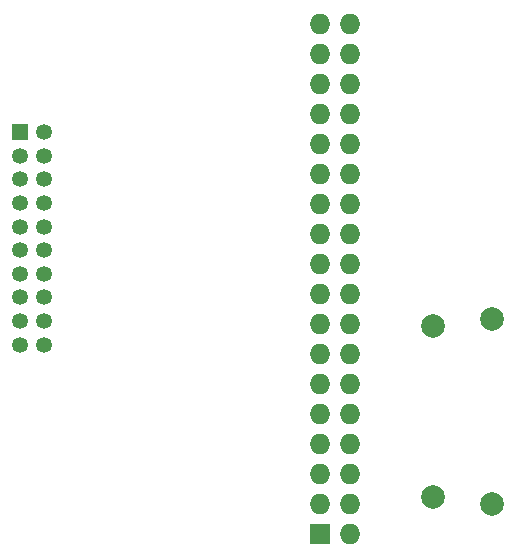
<source format=gbl>
G04 #@! TF.FileFunction,Copper,L2,Bot*
%FSLAX46Y46*%
G04 Gerber Fmt 4.6, Leading zero omitted, Abs format (unit mm)*
G04 Created by KiCad (PCBNEW 4.0.2-stable) date 18/11/2016 09:29:09 a.m.*
%MOMM*%
G01*
G04 APERTURE LIST*
%ADD10C,0.100000*%
%ADD11R,1.727200X1.727200*%
%ADD12O,1.727200X1.727200*%
%ADD13C,2.000000*%
%ADD14R,1.350000X1.350000*%
%ADD15C,1.350000*%
G04 APERTURE END LIST*
D10*
D11*
X88509000Y-110890000D03*
D12*
X91049000Y-110890000D03*
X88509000Y-108350000D03*
X91049000Y-108350000D03*
X88509000Y-105810000D03*
X91049000Y-105810000D03*
X88509000Y-103270000D03*
X91049000Y-103270000D03*
X88509000Y-100730000D03*
X91049000Y-100730000D03*
X88509000Y-98190000D03*
X91049000Y-98190000D03*
X88509000Y-95650000D03*
X91049000Y-95650000D03*
X88509000Y-93110000D03*
X91049000Y-93110000D03*
X88509000Y-90570000D03*
X91049000Y-90570000D03*
X88509000Y-88030000D03*
X91049000Y-88030000D03*
X88509000Y-85490000D03*
X91049000Y-85490000D03*
X88509000Y-82950000D03*
X91049000Y-82950000D03*
X88509000Y-80410000D03*
X91049000Y-80410000D03*
X88509000Y-77870000D03*
X91049000Y-77870000D03*
X88509000Y-75330000D03*
X91049000Y-75330000D03*
X88509000Y-72790000D03*
X91049000Y-72790000D03*
X88509000Y-70250000D03*
X91049000Y-70250000D03*
X88509000Y-67710000D03*
X91049000Y-67710000D03*
D13*
X103060200Y-108427600D03*
X103060200Y-92727600D03*
X98110200Y-107827600D03*
X98110200Y-93327600D03*
D14*
X63134400Y-76904800D03*
D15*
X63134400Y-78904800D03*
X63134400Y-80904800D03*
X63134400Y-82904800D03*
X63134400Y-84904800D03*
X63134400Y-86904800D03*
X63134400Y-88904800D03*
X63134400Y-90904800D03*
X63134400Y-92904800D03*
X63134400Y-94904800D03*
X65134400Y-76904800D03*
X65134400Y-78904800D03*
X65134400Y-80904800D03*
X65134400Y-82904800D03*
X65134400Y-84904800D03*
X65134400Y-86904800D03*
X65134400Y-88904800D03*
X65134400Y-90904800D03*
X65134400Y-92904800D03*
X65134400Y-94904800D03*
M02*

</source>
